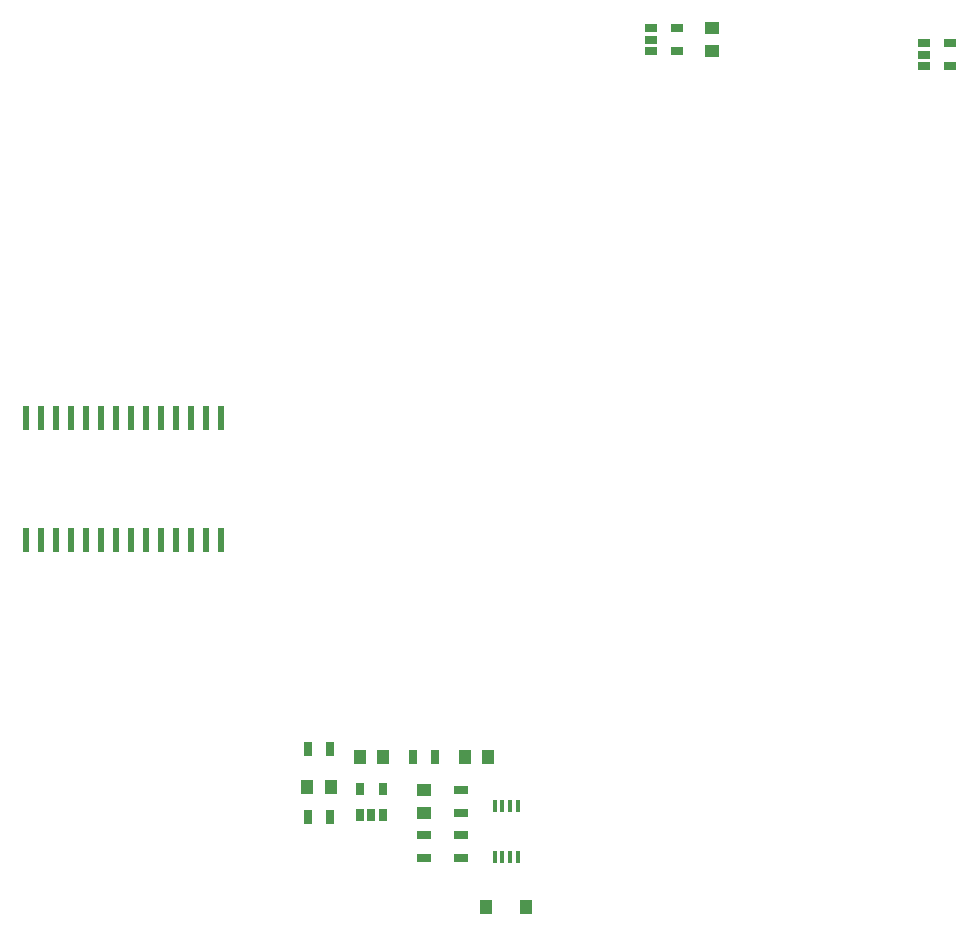
<source format=gbr>
G04 #@! TF.FileFunction,Paste,Top*
%FSLAX46Y46*%
G04 Gerber Fmt 4.6, Leading zero omitted, Abs format (unit mm)*
G04 Created by KiCad (PCBNEW 4.0.1-stable) date Tuesday, March 22, 2016 'PMt' 12:33:31 PM*
%MOMM*%
G01*
G04 APERTURE LIST*
%ADD10C,0.100000*%
%ADD11R,1.000000X1.250000*%
%ADD12R,1.250000X1.000000*%
%ADD13R,1.300000X0.700000*%
%ADD14R,0.700000X1.300000*%
%ADD15R,0.650000X1.060000*%
%ADD16R,0.400000X1.100000*%
%ADD17R,1.060000X0.650000*%
%ADD18R,0.510000X2.000000*%
%ADD19R,1.000000X1.200000*%
G04 APERTURE END LIST*
D10*
D11*
X153400000Y-134620000D03*
X151400000Y-134620000D03*
D12*
X161290000Y-136890000D03*
X161290000Y-134890000D03*
D11*
X155845000Y-132080000D03*
X157845000Y-132080000D03*
X164735000Y-132080000D03*
X166735000Y-132080000D03*
D12*
X185674000Y-70374000D03*
X185674000Y-72374000D03*
D13*
X164465000Y-134940000D03*
X164465000Y-136840000D03*
D14*
X153350000Y-131445000D03*
X151450000Y-131445000D03*
X153350000Y-137160000D03*
X151450000Y-137160000D03*
D13*
X164465000Y-140650000D03*
X164465000Y-138750000D03*
X161290000Y-138750000D03*
X161290000Y-140650000D03*
D14*
X162240000Y-132080000D03*
X160340000Y-132080000D03*
D15*
X155895000Y-136990000D03*
X156845000Y-136990000D03*
X157795000Y-136990000D03*
X157795000Y-134790000D03*
X155895000Y-134790000D03*
D16*
X167300000Y-140580000D03*
X167950000Y-140580000D03*
X168600000Y-140580000D03*
X169250000Y-140580000D03*
X169250000Y-136280000D03*
X168600000Y-136280000D03*
X167950000Y-136280000D03*
X167300000Y-136280000D03*
D17*
X203624000Y-71694000D03*
X203624000Y-72644000D03*
X203624000Y-73594000D03*
X205824000Y-73594000D03*
X205824000Y-71694000D03*
X180510000Y-70424000D03*
X180510000Y-71374000D03*
X180510000Y-72324000D03*
X182710000Y-72324000D03*
X182710000Y-70424000D03*
D18*
X144145000Y-113735000D03*
X144145000Y-103435000D03*
X142875000Y-113735000D03*
X142875000Y-103435000D03*
X141605000Y-113735000D03*
X141605000Y-103435000D03*
X140335000Y-113735000D03*
X140335000Y-103435000D03*
X139065000Y-113735000D03*
X139065000Y-103435000D03*
X137795000Y-113735000D03*
X137795000Y-103435000D03*
X136525000Y-113735000D03*
X136525000Y-103435000D03*
X135255000Y-113735000D03*
X135255000Y-103435000D03*
X133985000Y-113735000D03*
X133985000Y-103435000D03*
X132715000Y-113735000D03*
X132715000Y-103435000D03*
X131445000Y-113735000D03*
X131445000Y-103435000D03*
X130175000Y-113735000D03*
X130175000Y-103435000D03*
X128905000Y-113735000D03*
X128905000Y-103435000D03*
X127635000Y-113735000D03*
X127635000Y-103435000D03*
D19*
X166575000Y-144780000D03*
X169975000Y-144780000D03*
M02*

</source>
